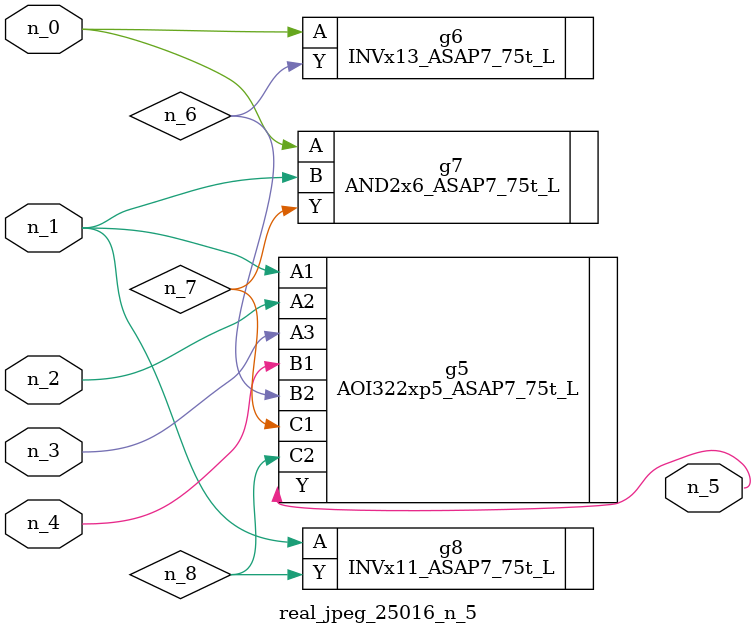
<source format=v>
module real_jpeg_25016_n_5 (n_4, n_0, n_1, n_2, n_3, n_5);

input n_4;
input n_0;
input n_1;
input n_2;
input n_3;

output n_5;

wire n_8;
wire n_6;
wire n_7;

INVx13_ASAP7_75t_L g6 ( 
.A(n_0),
.Y(n_6)
);

AND2x6_ASAP7_75t_L g7 ( 
.A(n_0),
.B(n_1),
.Y(n_7)
);

AOI322xp5_ASAP7_75t_L g5 ( 
.A1(n_1),
.A2(n_2),
.A3(n_3),
.B1(n_4),
.B2(n_6),
.C1(n_7),
.C2(n_8),
.Y(n_5)
);

INVx11_ASAP7_75t_L g8 ( 
.A(n_1),
.Y(n_8)
);


endmodule
</source>
